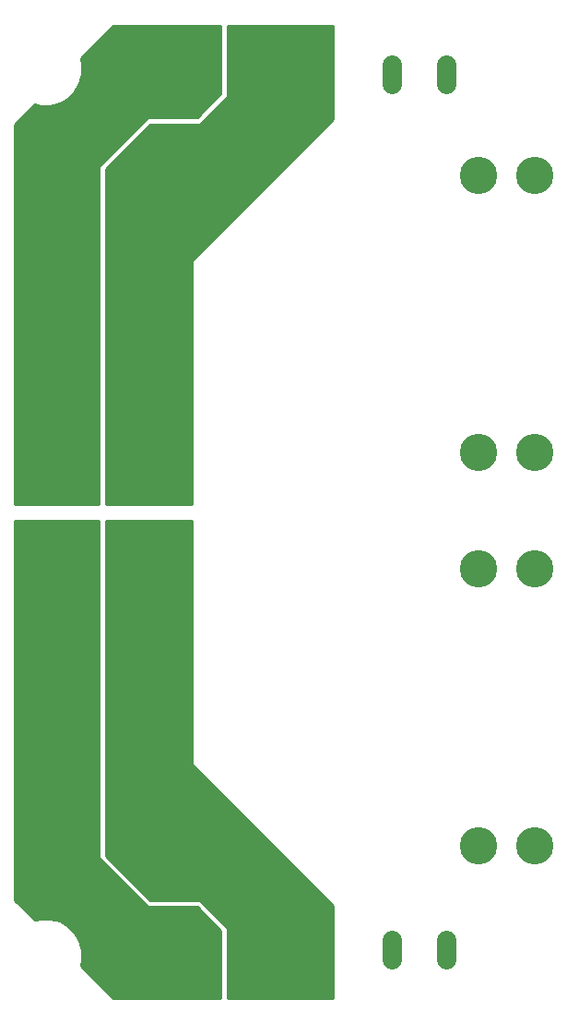
<source format=gbl>
G75*
%MOIN*%
%OFA0B0*%
%FSLAX24Y24*%
%IPPOS*%
%LPD*%
%AMOC8*
5,1,8,0,0,1.08239X$1,22.5*
%
%ADD10C,0.1350*%
%ADD11C,0.0705*%
%ADD12C,0.0100*%
D10*
X002777Y006870D03*
X002777Y008900D03*
X002777Y013170D03*
X002777Y015200D03*
X005867Y015200D03*
X005867Y013170D03*
X005867Y008900D03*
X005867Y006870D03*
X005867Y021070D03*
X005867Y023100D03*
X005867Y027370D03*
X005867Y029400D03*
X002777Y029400D03*
X002777Y027370D03*
X002777Y023100D03*
X002777Y021070D03*
X017947Y020240D03*
X019977Y020240D03*
X019977Y016040D03*
X017947Y016040D03*
X017947Y006040D03*
X019977Y006040D03*
X019977Y030240D03*
X017947Y030240D03*
D11*
X016761Y033548D02*
X016761Y034253D01*
X014792Y034253D02*
X014792Y033548D01*
X011729Y033548D02*
X011729Y034253D01*
X009761Y034253D02*
X009761Y033548D01*
X007792Y033548D02*
X007792Y034253D01*
X005824Y034253D02*
X005824Y033548D01*
X005824Y002653D02*
X005824Y001948D01*
X007792Y001948D02*
X007792Y002653D01*
X009761Y002653D02*
X009761Y001948D01*
X011729Y001948D02*
X011729Y002653D01*
X014792Y002653D02*
X014792Y001948D01*
X016761Y001948D02*
X016761Y002653D01*
D12*
X001896Y003380D02*
X001177Y004100D01*
X001177Y017800D01*
X004217Y017800D01*
X004217Y005648D01*
X004256Y005553D01*
X005856Y003953D01*
X005929Y003880D01*
X006025Y003840D01*
X007769Y003840D01*
X008617Y002992D01*
X008617Y000550D01*
X004727Y000550D01*
X003557Y001720D01*
X003612Y001924D01*
X003612Y002276D01*
X003521Y002615D01*
X003345Y002920D01*
X003096Y003168D01*
X002792Y003344D01*
X002452Y003435D01*
X002101Y003435D01*
X001896Y003380D01*
X001828Y003449D02*
X008160Y003449D01*
X008258Y003351D02*
X002768Y003351D01*
X002951Y003252D02*
X008357Y003252D01*
X008455Y003154D02*
X003111Y003154D01*
X003210Y003055D02*
X008554Y003055D01*
X008617Y002957D02*
X003308Y002957D01*
X003381Y002858D02*
X008617Y002858D01*
X008617Y002760D02*
X003437Y002760D01*
X003494Y002661D02*
X008617Y002661D01*
X008617Y002563D02*
X003535Y002563D01*
X003561Y002464D02*
X008617Y002464D01*
X008617Y002366D02*
X003588Y002366D01*
X003612Y002267D02*
X008617Y002267D01*
X008617Y002169D02*
X003612Y002169D01*
X003612Y002070D02*
X008617Y002070D01*
X008617Y001972D02*
X003612Y001972D01*
X003598Y001873D02*
X008617Y001873D01*
X008617Y001775D02*
X003572Y001775D01*
X003601Y001676D02*
X008617Y001676D01*
X008617Y001578D02*
X003699Y001578D01*
X003798Y001479D02*
X008617Y001479D01*
X008617Y001381D02*
X003896Y001381D01*
X003995Y001282D02*
X008617Y001282D01*
X008617Y001184D02*
X004093Y001184D01*
X004192Y001085D02*
X008617Y001085D01*
X008617Y000987D02*
X004290Y000987D01*
X004389Y000888D02*
X008617Y000888D01*
X008617Y000790D02*
X004487Y000790D01*
X004586Y000691D02*
X008617Y000691D01*
X008617Y000593D02*
X004684Y000593D01*
X006018Y003843D02*
X001434Y003843D01*
X001532Y003745D02*
X007864Y003745D01*
X007963Y003646D02*
X001631Y003646D01*
X001729Y003548D02*
X008061Y003548D01*
X008232Y003745D02*
X012677Y003745D01*
X012677Y003843D02*
X008134Y003843D01*
X008035Y003942D02*
X012635Y003942D01*
X012677Y003900D02*
X012677Y000550D01*
X008877Y000550D01*
X008877Y003100D01*
X007877Y004100D01*
X006077Y004100D01*
X004477Y005700D01*
X004477Y017800D01*
X007577Y017800D01*
X007577Y009000D01*
X012677Y003900D01*
X012537Y004040D02*
X007937Y004040D01*
X008331Y003646D02*
X012677Y003646D01*
X012677Y003548D02*
X008429Y003548D01*
X008528Y003449D02*
X012677Y003449D01*
X012677Y003351D02*
X008626Y003351D01*
X008725Y003252D02*
X012677Y003252D01*
X012677Y003154D02*
X008823Y003154D01*
X008877Y003055D02*
X012677Y003055D01*
X012677Y002957D02*
X008877Y002957D01*
X008877Y002858D02*
X012677Y002858D01*
X012677Y002760D02*
X008877Y002760D01*
X008877Y002661D02*
X012677Y002661D01*
X012677Y002563D02*
X008877Y002563D01*
X008877Y002464D02*
X012677Y002464D01*
X012677Y002366D02*
X008877Y002366D01*
X008877Y002267D02*
X012677Y002267D01*
X012677Y002169D02*
X008877Y002169D01*
X008877Y002070D02*
X012677Y002070D01*
X012677Y001972D02*
X008877Y001972D01*
X008877Y001873D02*
X012677Y001873D01*
X012677Y001775D02*
X008877Y001775D01*
X008877Y001676D02*
X012677Y001676D01*
X012677Y001578D02*
X008877Y001578D01*
X008877Y001479D02*
X012677Y001479D01*
X012677Y001381D02*
X008877Y001381D01*
X008877Y001282D02*
X012677Y001282D01*
X012677Y001184D02*
X008877Y001184D01*
X008877Y001085D02*
X012677Y001085D01*
X012677Y000987D02*
X008877Y000987D01*
X008877Y000888D02*
X012677Y000888D01*
X012677Y000790D02*
X008877Y000790D01*
X008877Y000691D02*
X012677Y000691D01*
X012677Y000593D02*
X008877Y000593D01*
X006038Y004139D02*
X012438Y004139D01*
X012340Y004237D02*
X005940Y004237D01*
X005841Y004336D02*
X012241Y004336D01*
X012143Y004434D02*
X005743Y004434D01*
X005644Y004533D02*
X012044Y004533D01*
X011946Y004631D02*
X005546Y004631D01*
X005447Y004730D02*
X011847Y004730D01*
X011749Y004828D02*
X005349Y004828D01*
X005250Y004927D02*
X011650Y004927D01*
X011552Y005025D02*
X005152Y005025D01*
X005053Y005124D02*
X011453Y005124D01*
X011355Y005222D02*
X004955Y005222D01*
X004856Y005321D02*
X011256Y005321D01*
X011158Y005419D02*
X004758Y005419D01*
X004659Y005518D02*
X011059Y005518D01*
X010961Y005616D02*
X004561Y005616D01*
X004477Y005715D02*
X010862Y005715D01*
X010764Y005813D02*
X004477Y005813D01*
X004477Y005912D02*
X010665Y005912D01*
X010567Y006010D02*
X004477Y006010D01*
X004477Y006109D02*
X010468Y006109D01*
X010370Y006207D02*
X004477Y006207D01*
X004477Y006306D02*
X010271Y006306D01*
X010173Y006404D02*
X004477Y006404D01*
X004477Y006503D02*
X010074Y006503D01*
X009976Y006601D02*
X004477Y006601D01*
X004477Y006700D02*
X009877Y006700D01*
X009779Y006798D02*
X004477Y006798D01*
X004477Y006897D02*
X009680Y006897D01*
X009582Y006995D02*
X004477Y006995D01*
X004477Y007094D02*
X009483Y007094D01*
X009385Y007192D02*
X004477Y007192D01*
X004477Y007291D02*
X009286Y007291D01*
X009188Y007389D02*
X004477Y007389D01*
X004477Y007488D02*
X009089Y007488D01*
X008991Y007586D02*
X004477Y007586D01*
X004477Y007685D02*
X008892Y007685D01*
X008794Y007783D02*
X004477Y007783D01*
X004477Y007882D02*
X008695Y007882D01*
X008597Y007980D02*
X004477Y007980D01*
X004477Y008079D02*
X008498Y008079D01*
X008400Y008177D02*
X004477Y008177D01*
X004477Y008276D02*
X008301Y008276D01*
X008203Y008374D02*
X004477Y008374D01*
X004477Y008473D02*
X008104Y008473D01*
X008006Y008571D02*
X004477Y008571D01*
X004477Y008670D02*
X007907Y008670D01*
X007809Y008768D02*
X004477Y008768D01*
X004477Y008867D02*
X007710Y008867D01*
X007612Y008965D02*
X004477Y008965D01*
X004477Y009064D02*
X007577Y009064D01*
X007577Y009162D02*
X004477Y009162D01*
X004477Y009261D02*
X007577Y009261D01*
X007577Y009359D02*
X004477Y009359D01*
X004477Y009458D02*
X007577Y009458D01*
X007577Y009556D02*
X004477Y009556D01*
X004477Y009655D02*
X007577Y009655D01*
X007577Y009753D02*
X004477Y009753D01*
X004477Y009852D02*
X007577Y009852D01*
X007577Y009950D02*
X004477Y009950D01*
X004477Y010049D02*
X007577Y010049D01*
X007577Y010147D02*
X004477Y010147D01*
X004477Y010246D02*
X007577Y010246D01*
X007577Y010344D02*
X004477Y010344D01*
X004477Y010443D02*
X007577Y010443D01*
X007577Y010541D02*
X004477Y010541D01*
X004477Y010640D02*
X007577Y010640D01*
X007577Y010738D02*
X004477Y010738D01*
X004477Y010837D02*
X007577Y010837D01*
X007577Y010935D02*
X004477Y010935D01*
X004477Y011034D02*
X007577Y011034D01*
X007577Y011132D02*
X004477Y011132D01*
X004477Y011231D02*
X007577Y011231D01*
X007577Y011329D02*
X004477Y011329D01*
X004477Y011428D02*
X007577Y011428D01*
X007577Y011526D02*
X004477Y011526D01*
X004477Y011625D02*
X007577Y011625D01*
X007577Y011723D02*
X004477Y011723D01*
X004477Y011822D02*
X007577Y011822D01*
X007577Y011920D02*
X004477Y011920D01*
X004477Y012019D02*
X007577Y012019D01*
X007577Y012117D02*
X004477Y012117D01*
X004477Y012216D02*
X007577Y012216D01*
X007577Y012314D02*
X004477Y012314D01*
X004477Y012413D02*
X007577Y012413D01*
X007577Y012511D02*
X004477Y012511D01*
X004477Y012610D02*
X007577Y012610D01*
X007577Y012708D02*
X004477Y012708D01*
X004477Y012807D02*
X007577Y012807D01*
X007577Y012905D02*
X004477Y012905D01*
X004477Y013004D02*
X007577Y013004D01*
X007577Y013102D02*
X004477Y013102D01*
X004477Y013201D02*
X007577Y013201D01*
X007577Y013299D02*
X004477Y013299D01*
X004477Y013398D02*
X007577Y013398D01*
X007577Y013496D02*
X004477Y013496D01*
X004477Y013595D02*
X007577Y013595D01*
X007577Y013693D02*
X004477Y013693D01*
X004477Y013792D02*
X007577Y013792D01*
X007577Y013890D02*
X004477Y013890D01*
X004477Y013989D02*
X007577Y013989D01*
X007577Y014087D02*
X004477Y014087D01*
X004477Y014186D02*
X007577Y014186D01*
X007577Y014284D02*
X004477Y014284D01*
X004477Y014383D02*
X007577Y014383D01*
X007577Y014481D02*
X004477Y014481D01*
X004477Y014580D02*
X007577Y014580D01*
X007577Y014678D02*
X004477Y014678D01*
X004477Y014777D02*
X007577Y014777D01*
X007577Y014875D02*
X004477Y014875D01*
X004477Y014974D02*
X007577Y014974D01*
X007577Y015072D02*
X004477Y015072D01*
X004477Y015171D02*
X007577Y015171D01*
X007577Y015269D02*
X004477Y015269D01*
X004477Y015368D02*
X007577Y015368D01*
X007577Y015466D02*
X004477Y015466D01*
X004477Y015565D02*
X007577Y015565D01*
X007577Y015663D02*
X004477Y015663D01*
X004477Y015762D02*
X007577Y015762D01*
X007577Y015860D02*
X004477Y015860D01*
X004477Y015959D02*
X007577Y015959D01*
X007577Y016057D02*
X004477Y016057D01*
X004477Y016156D02*
X007577Y016156D01*
X007577Y016254D02*
X004477Y016254D01*
X004477Y016353D02*
X007577Y016353D01*
X007577Y016451D02*
X004477Y016451D01*
X004477Y016550D02*
X007577Y016550D01*
X007577Y016648D02*
X004477Y016648D01*
X004477Y016747D02*
X007577Y016747D01*
X007577Y016845D02*
X004477Y016845D01*
X004477Y016944D02*
X007577Y016944D01*
X007577Y017042D02*
X004477Y017042D01*
X004477Y017141D02*
X007577Y017141D01*
X007577Y017239D02*
X004477Y017239D01*
X004477Y017338D02*
X007577Y017338D01*
X007577Y017436D02*
X004477Y017436D01*
X004477Y017535D02*
X007577Y017535D01*
X007577Y017633D02*
X004477Y017633D01*
X004477Y017732D02*
X007577Y017732D01*
X007577Y018400D02*
X004477Y018400D01*
X004477Y030500D01*
X006077Y032100D01*
X007877Y032100D01*
X008877Y033100D01*
X008877Y035650D01*
X012677Y035650D01*
X012677Y032300D01*
X007577Y027200D01*
X007577Y018400D01*
X007577Y018421D02*
X004477Y018421D01*
X004477Y018520D02*
X007577Y018520D01*
X007577Y018618D02*
X004477Y018618D01*
X004477Y018717D02*
X007577Y018717D01*
X007577Y018815D02*
X004477Y018815D01*
X004477Y018914D02*
X007577Y018914D01*
X007577Y019012D02*
X004477Y019012D01*
X004477Y019111D02*
X007577Y019111D01*
X007577Y019209D02*
X004477Y019209D01*
X004477Y019308D02*
X007577Y019308D01*
X007577Y019406D02*
X004477Y019406D01*
X004477Y019505D02*
X007577Y019505D01*
X007577Y019603D02*
X004477Y019603D01*
X004477Y019702D02*
X007577Y019702D01*
X007577Y019800D02*
X004477Y019800D01*
X004477Y019899D02*
X007577Y019899D01*
X007577Y019997D02*
X004477Y019997D01*
X004477Y020096D02*
X007577Y020096D01*
X007577Y020194D02*
X004477Y020194D01*
X004477Y020293D02*
X007577Y020293D01*
X007577Y020391D02*
X004477Y020391D01*
X004477Y020490D02*
X007577Y020490D01*
X007577Y020588D02*
X004477Y020588D01*
X004477Y020687D02*
X007577Y020687D01*
X007577Y020785D02*
X004477Y020785D01*
X004477Y020884D02*
X007577Y020884D01*
X007577Y020982D02*
X004477Y020982D01*
X004477Y021081D02*
X007577Y021081D01*
X007577Y021179D02*
X004477Y021179D01*
X004477Y021278D02*
X007577Y021278D01*
X007577Y021376D02*
X004477Y021376D01*
X004477Y021475D02*
X007577Y021475D01*
X007577Y021573D02*
X004477Y021573D01*
X004477Y021672D02*
X007577Y021672D01*
X007577Y021770D02*
X004477Y021770D01*
X004477Y021869D02*
X007577Y021869D01*
X007577Y021967D02*
X004477Y021967D01*
X004477Y022066D02*
X007577Y022066D01*
X007577Y022164D02*
X004477Y022164D01*
X004477Y022263D02*
X007577Y022263D01*
X007577Y022361D02*
X004477Y022361D01*
X004477Y022460D02*
X007577Y022460D01*
X007577Y022558D02*
X004477Y022558D01*
X004477Y022657D02*
X007577Y022657D01*
X007577Y022755D02*
X004477Y022755D01*
X004477Y022854D02*
X007577Y022854D01*
X007577Y022952D02*
X004477Y022952D01*
X004477Y023051D02*
X007577Y023051D01*
X007577Y023149D02*
X004477Y023149D01*
X004477Y023248D02*
X007577Y023248D01*
X007577Y023346D02*
X004477Y023346D01*
X004477Y023445D02*
X007577Y023445D01*
X007577Y023543D02*
X004477Y023543D01*
X004477Y023642D02*
X007577Y023642D01*
X007577Y023740D02*
X004477Y023740D01*
X004477Y023839D02*
X007577Y023839D01*
X007577Y023937D02*
X004477Y023937D01*
X004477Y024036D02*
X007577Y024036D01*
X007577Y024134D02*
X004477Y024134D01*
X004477Y024233D02*
X007577Y024233D01*
X007577Y024331D02*
X004477Y024331D01*
X004477Y024430D02*
X007577Y024430D01*
X007577Y024528D02*
X004477Y024528D01*
X004477Y024627D02*
X007577Y024627D01*
X007577Y024725D02*
X004477Y024725D01*
X004477Y024824D02*
X007577Y024824D01*
X007577Y024922D02*
X004477Y024922D01*
X004477Y025021D02*
X007577Y025021D01*
X007577Y025119D02*
X004477Y025119D01*
X004477Y025218D02*
X007577Y025218D01*
X007577Y025316D02*
X004477Y025316D01*
X004477Y025415D02*
X007577Y025415D01*
X007577Y025513D02*
X004477Y025513D01*
X004477Y025612D02*
X007577Y025612D01*
X007577Y025710D02*
X004477Y025710D01*
X004477Y025809D02*
X007577Y025809D01*
X007577Y025907D02*
X004477Y025907D01*
X004477Y026006D02*
X007577Y026006D01*
X007577Y026104D02*
X004477Y026104D01*
X004477Y026203D02*
X007577Y026203D01*
X007577Y026301D02*
X004477Y026301D01*
X004477Y026400D02*
X007577Y026400D01*
X007577Y026498D02*
X004477Y026498D01*
X004477Y026597D02*
X007577Y026597D01*
X007577Y026695D02*
X004477Y026695D01*
X004477Y026794D02*
X007577Y026794D01*
X007577Y026892D02*
X004477Y026892D01*
X004477Y026991D02*
X007577Y026991D01*
X007577Y027089D02*
X004477Y027089D01*
X004477Y027188D02*
X007577Y027188D01*
X007663Y027286D02*
X004477Y027286D01*
X004477Y027385D02*
X007761Y027385D01*
X007860Y027483D02*
X004477Y027483D01*
X004477Y027582D02*
X007958Y027582D01*
X008057Y027680D02*
X004477Y027680D01*
X004477Y027779D02*
X008155Y027779D01*
X008254Y027877D02*
X004477Y027877D01*
X004477Y027976D02*
X008352Y027976D01*
X008451Y028074D02*
X004477Y028074D01*
X004477Y028173D02*
X008549Y028173D01*
X008648Y028271D02*
X004477Y028271D01*
X004477Y028370D02*
X008746Y028370D01*
X008845Y028468D02*
X004477Y028468D01*
X004477Y028567D02*
X008943Y028567D01*
X009042Y028665D02*
X004477Y028665D01*
X004477Y028764D02*
X009140Y028764D01*
X009239Y028862D02*
X004477Y028862D01*
X004477Y028961D02*
X009337Y028961D01*
X009436Y029059D02*
X004477Y029059D01*
X004477Y029158D02*
X009534Y029158D01*
X009633Y029256D02*
X004477Y029256D01*
X004477Y029355D02*
X009731Y029355D01*
X009830Y029453D02*
X004477Y029453D01*
X004477Y029552D02*
X009928Y029552D01*
X010027Y029650D02*
X004477Y029650D01*
X004477Y029749D02*
X010125Y029749D01*
X010224Y029847D02*
X004477Y029847D01*
X004477Y029946D02*
X010322Y029946D01*
X010421Y030044D02*
X004477Y030044D01*
X004477Y030143D02*
X010519Y030143D01*
X010618Y030241D02*
X004477Y030241D01*
X004477Y030340D02*
X010716Y030340D01*
X010815Y030438D02*
X004477Y030438D01*
X004513Y030537D02*
X010913Y030537D01*
X011012Y030635D02*
X004612Y030635D01*
X004710Y030734D02*
X011110Y030734D01*
X011209Y030832D02*
X004809Y030832D01*
X004907Y030931D02*
X011307Y030931D01*
X011406Y031029D02*
X005006Y031029D01*
X005104Y031128D02*
X011504Y031128D01*
X011603Y031226D02*
X005203Y031226D01*
X005301Y031325D02*
X011701Y031325D01*
X011800Y031423D02*
X005400Y031423D01*
X005498Y031522D02*
X011898Y031522D01*
X011997Y031620D02*
X005597Y031620D01*
X005695Y031719D02*
X012095Y031719D01*
X012194Y031817D02*
X005794Y031817D01*
X005892Y031916D02*
X012292Y031916D01*
X012391Y032014D02*
X005991Y032014D01*
X005820Y032211D02*
X001288Y032211D01*
X001386Y032310D02*
X005919Y032310D01*
X005929Y032320D02*
X005856Y032247D01*
X004256Y030647D01*
X004217Y030552D01*
X004217Y018400D01*
X001177Y018400D01*
X001177Y032100D01*
X001896Y032820D01*
X002101Y032765D01*
X002452Y032765D01*
X002792Y032856D01*
X003096Y033032D01*
X003345Y033280D01*
X003521Y033585D01*
X003612Y033924D01*
X003612Y034276D01*
X003557Y034480D01*
X004727Y035650D01*
X008617Y035650D01*
X008617Y033208D01*
X007769Y032360D01*
X006025Y032360D01*
X005929Y032320D01*
X005722Y032113D02*
X001189Y032113D01*
X001177Y032014D02*
X005623Y032014D01*
X005525Y031916D02*
X001177Y031916D01*
X001177Y031817D02*
X005426Y031817D01*
X005328Y031719D02*
X001177Y031719D01*
X001177Y031620D02*
X005229Y031620D01*
X005131Y031522D02*
X001177Y031522D01*
X001177Y031423D02*
X005032Y031423D01*
X004934Y031325D02*
X001177Y031325D01*
X001177Y031226D02*
X004835Y031226D01*
X004737Y031128D02*
X001177Y031128D01*
X001177Y031029D02*
X004638Y031029D01*
X004540Y030931D02*
X001177Y030931D01*
X001177Y030832D02*
X004441Y030832D01*
X004343Y030734D02*
X001177Y030734D01*
X001177Y030635D02*
X004251Y030635D01*
X004217Y030537D02*
X001177Y030537D01*
X001177Y030438D02*
X004217Y030438D01*
X004217Y030340D02*
X001177Y030340D01*
X001177Y030241D02*
X004217Y030241D01*
X004217Y030143D02*
X001177Y030143D01*
X001177Y030044D02*
X004217Y030044D01*
X004217Y029946D02*
X001177Y029946D01*
X001177Y029847D02*
X004217Y029847D01*
X004217Y029749D02*
X001177Y029749D01*
X001177Y029650D02*
X004217Y029650D01*
X004217Y029552D02*
X001177Y029552D01*
X001177Y029453D02*
X004217Y029453D01*
X004217Y029355D02*
X001177Y029355D01*
X001177Y029256D02*
X004217Y029256D01*
X004217Y029158D02*
X001177Y029158D01*
X001177Y029059D02*
X004217Y029059D01*
X004217Y028961D02*
X001177Y028961D01*
X001177Y028862D02*
X004217Y028862D01*
X004217Y028764D02*
X001177Y028764D01*
X001177Y028665D02*
X004217Y028665D01*
X004217Y028567D02*
X001177Y028567D01*
X001177Y028468D02*
X004217Y028468D01*
X004217Y028370D02*
X001177Y028370D01*
X001177Y028271D02*
X004217Y028271D01*
X004217Y028173D02*
X001177Y028173D01*
X001177Y028074D02*
X004217Y028074D01*
X004217Y027976D02*
X001177Y027976D01*
X001177Y027877D02*
X004217Y027877D01*
X004217Y027779D02*
X001177Y027779D01*
X001177Y027680D02*
X004217Y027680D01*
X004217Y027582D02*
X001177Y027582D01*
X001177Y027483D02*
X004217Y027483D01*
X004217Y027385D02*
X001177Y027385D01*
X001177Y027286D02*
X004217Y027286D01*
X004217Y027188D02*
X001177Y027188D01*
X001177Y027089D02*
X004217Y027089D01*
X004217Y026991D02*
X001177Y026991D01*
X001177Y026892D02*
X004217Y026892D01*
X004217Y026794D02*
X001177Y026794D01*
X001177Y026695D02*
X004217Y026695D01*
X004217Y026597D02*
X001177Y026597D01*
X001177Y026498D02*
X004217Y026498D01*
X004217Y026400D02*
X001177Y026400D01*
X001177Y026301D02*
X004217Y026301D01*
X004217Y026203D02*
X001177Y026203D01*
X001177Y026104D02*
X004217Y026104D01*
X004217Y026006D02*
X001177Y026006D01*
X001177Y025907D02*
X004217Y025907D01*
X004217Y025809D02*
X001177Y025809D01*
X001177Y025710D02*
X004217Y025710D01*
X004217Y025612D02*
X001177Y025612D01*
X001177Y025513D02*
X004217Y025513D01*
X004217Y025415D02*
X001177Y025415D01*
X001177Y025316D02*
X004217Y025316D01*
X004217Y025218D02*
X001177Y025218D01*
X001177Y025119D02*
X004217Y025119D01*
X004217Y025021D02*
X001177Y025021D01*
X001177Y024922D02*
X004217Y024922D01*
X004217Y024824D02*
X001177Y024824D01*
X001177Y024725D02*
X004217Y024725D01*
X004217Y024627D02*
X001177Y024627D01*
X001177Y024528D02*
X004217Y024528D01*
X004217Y024430D02*
X001177Y024430D01*
X001177Y024331D02*
X004217Y024331D01*
X004217Y024233D02*
X001177Y024233D01*
X001177Y024134D02*
X004217Y024134D01*
X004217Y024036D02*
X001177Y024036D01*
X001177Y023937D02*
X004217Y023937D01*
X004217Y023839D02*
X001177Y023839D01*
X001177Y023740D02*
X004217Y023740D01*
X004217Y023642D02*
X001177Y023642D01*
X001177Y023543D02*
X004217Y023543D01*
X004217Y023445D02*
X001177Y023445D01*
X001177Y023346D02*
X004217Y023346D01*
X004217Y023248D02*
X001177Y023248D01*
X001177Y023149D02*
X004217Y023149D01*
X004217Y023051D02*
X001177Y023051D01*
X001177Y022952D02*
X004217Y022952D01*
X004217Y022854D02*
X001177Y022854D01*
X001177Y022755D02*
X004217Y022755D01*
X004217Y022657D02*
X001177Y022657D01*
X001177Y022558D02*
X004217Y022558D01*
X004217Y022460D02*
X001177Y022460D01*
X001177Y022361D02*
X004217Y022361D01*
X004217Y022263D02*
X001177Y022263D01*
X001177Y022164D02*
X004217Y022164D01*
X004217Y022066D02*
X001177Y022066D01*
X001177Y021967D02*
X004217Y021967D01*
X004217Y021869D02*
X001177Y021869D01*
X001177Y021770D02*
X004217Y021770D01*
X004217Y021672D02*
X001177Y021672D01*
X001177Y021573D02*
X004217Y021573D01*
X004217Y021475D02*
X001177Y021475D01*
X001177Y021376D02*
X004217Y021376D01*
X004217Y021278D02*
X001177Y021278D01*
X001177Y021179D02*
X004217Y021179D01*
X004217Y021081D02*
X001177Y021081D01*
X001177Y020982D02*
X004217Y020982D01*
X004217Y020884D02*
X001177Y020884D01*
X001177Y020785D02*
X004217Y020785D01*
X004217Y020687D02*
X001177Y020687D01*
X001177Y020588D02*
X004217Y020588D01*
X004217Y020490D02*
X001177Y020490D01*
X001177Y020391D02*
X004217Y020391D01*
X004217Y020293D02*
X001177Y020293D01*
X001177Y020194D02*
X004217Y020194D01*
X004217Y020096D02*
X001177Y020096D01*
X001177Y019997D02*
X004217Y019997D01*
X004217Y019899D02*
X001177Y019899D01*
X001177Y019800D02*
X004217Y019800D01*
X004217Y019702D02*
X001177Y019702D01*
X001177Y019603D02*
X004217Y019603D01*
X004217Y019505D02*
X001177Y019505D01*
X001177Y019406D02*
X004217Y019406D01*
X004217Y019308D02*
X001177Y019308D01*
X001177Y019209D02*
X004217Y019209D01*
X004217Y019111D02*
X001177Y019111D01*
X001177Y019012D02*
X004217Y019012D01*
X004217Y018914D02*
X001177Y018914D01*
X001177Y018815D02*
X004217Y018815D01*
X004217Y018717D02*
X001177Y018717D01*
X001177Y018618D02*
X004217Y018618D01*
X004217Y018520D02*
X001177Y018520D01*
X001177Y018421D02*
X004217Y018421D01*
X004217Y017732D02*
X001177Y017732D01*
X001177Y017633D02*
X004217Y017633D01*
X004217Y017535D02*
X001177Y017535D01*
X001177Y017436D02*
X004217Y017436D01*
X004217Y017338D02*
X001177Y017338D01*
X001177Y017239D02*
X004217Y017239D01*
X004217Y017141D02*
X001177Y017141D01*
X001177Y017042D02*
X004217Y017042D01*
X004217Y016944D02*
X001177Y016944D01*
X001177Y016845D02*
X004217Y016845D01*
X004217Y016747D02*
X001177Y016747D01*
X001177Y016648D02*
X004217Y016648D01*
X004217Y016550D02*
X001177Y016550D01*
X001177Y016451D02*
X004217Y016451D01*
X004217Y016353D02*
X001177Y016353D01*
X001177Y016254D02*
X004217Y016254D01*
X004217Y016156D02*
X001177Y016156D01*
X001177Y016057D02*
X004217Y016057D01*
X004217Y015959D02*
X001177Y015959D01*
X001177Y015860D02*
X004217Y015860D01*
X004217Y015762D02*
X001177Y015762D01*
X001177Y015663D02*
X004217Y015663D01*
X004217Y015565D02*
X001177Y015565D01*
X001177Y015466D02*
X004217Y015466D01*
X004217Y015368D02*
X001177Y015368D01*
X001177Y015269D02*
X004217Y015269D01*
X004217Y015171D02*
X001177Y015171D01*
X001177Y015072D02*
X004217Y015072D01*
X004217Y014974D02*
X001177Y014974D01*
X001177Y014875D02*
X004217Y014875D01*
X004217Y014777D02*
X001177Y014777D01*
X001177Y014678D02*
X004217Y014678D01*
X004217Y014580D02*
X001177Y014580D01*
X001177Y014481D02*
X004217Y014481D01*
X004217Y014383D02*
X001177Y014383D01*
X001177Y014284D02*
X004217Y014284D01*
X004217Y014186D02*
X001177Y014186D01*
X001177Y014087D02*
X004217Y014087D01*
X004217Y013989D02*
X001177Y013989D01*
X001177Y013890D02*
X004217Y013890D01*
X004217Y013792D02*
X001177Y013792D01*
X001177Y013693D02*
X004217Y013693D01*
X004217Y013595D02*
X001177Y013595D01*
X001177Y013496D02*
X004217Y013496D01*
X004217Y013398D02*
X001177Y013398D01*
X001177Y013299D02*
X004217Y013299D01*
X004217Y013201D02*
X001177Y013201D01*
X001177Y013102D02*
X004217Y013102D01*
X004217Y013004D02*
X001177Y013004D01*
X001177Y012905D02*
X004217Y012905D01*
X004217Y012807D02*
X001177Y012807D01*
X001177Y012708D02*
X004217Y012708D01*
X004217Y012610D02*
X001177Y012610D01*
X001177Y012511D02*
X004217Y012511D01*
X004217Y012413D02*
X001177Y012413D01*
X001177Y012314D02*
X004217Y012314D01*
X004217Y012216D02*
X001177Y012216D01*
X001177Y012117D02*
X004217Y012117D01*
X004217Y012019D02*
X001177Y012019D01*
X001177Y011920D02*
X004217Y011920D01*
X004217Y011822D02*
X001177Y011822D01*
X001177Y011723D02*
X004217Y011723D01*
X004217Y011625D02*
X001177Y011625D01*
X001177Y011526D02*
X004217Y011526D01*
X004217Y011428D02*
X001177Y011428D01*
X001177Y011329D02*
X004217Y011329D01*
X004217Y011231D02*
X001177Y011231D01*
X001177Y011132D02*
X004217Y011132D01*
X004217Y011034D02*
X001177Y011034D01*
X001177Y010935D02*
X004217Y010935D01*
X004217Y010837D02*
X001177Y010837D01*
X001177Y010738D02*
X004217Y010738D01*
X004217Y010640D02*
X001177Y010640D01*
X001177Y010541D02*
X004217Y010541D01*
X004217Y010443D02*
X001177Y010443D01*
X001177Y010344D02*
X004217Y010344D01*
X004217Y010246D02*
X001177Y010246D01*
X001177Y010147D02*
X004217Y010147D01*
X004217Y010049D02*
X001177Y010049D01*
X001177Y009950D02*
X004217Y009950D01*
X004217Y009852D02*
X001177Y009852D01*
X001177Y009753D02*
X004217Y009753D01*
X004217Y009655D02*
X001177Y009655D01*
X001177Y009556D02*
X004217Y009556D01*
X004217Y009458D02*
X001177Y009458D01*
X001177Y009359D02*
X004217Y009359D01*
X004217Y009261D02*
X001177Y009261D01*
X001177Y009162D02*
X004217Y009162D01*
X004217Y009064D02*
X001177Y009064D01*
X001177Y008965D02*
X004217Y008965D01*
X004217Y008867D02*
X001177Y008867D01*
X001177Y008768D02*
X004217Y008768D01*
X004217Y008670D02*
X001177Y008670D01*
X001177Y008571D02*
X004217Y008571D01*
X004217Y008473D02*
X001177Y008473D01*
X001177Y008374D02*
X004217Y008374D01*
X004217Y008276D02*
X001177Y008276D01*
X001177Y008177D02*
X004217Y008177D01*
X004217Y008079D02*
X001177Y008079D01*
X001177Y007980D02*
X004217Y007980D01*
X004217Y007882D02*
X001177Y007882D01*
X001177Y007783D02*
X004217Y007783D01*
X004217Y007685D02*
X001177Y007685D01*
X001177Y007586D02*
X004217Y007586D01*
X004217Y007488D02*
X001177Y007488D01*
X001177Y007389D02*
X004217Y007389D01*
X004217Y007291D02*
X001177Y007291D01*
X001177Y007192D02*
X004217Y007192D01*
X004217Y007094D02*
X001177Y007094D01*
X001177Y006995D02*
X004217Y006995D01*
X004217Y006897D02*
X001177Y006897D01*
X001177Y006798D02*
X004217Y006798D01*
X004217Y006700D02*
X001177Y006700D01*
X001177Y006601D02*
X004217Y006601D01*
X004217Y006503D02*
X001177Y006503D01*
X001177Y006404D02*
X004217Y006404D01*
X004217Y006306D02*
X001177Y006306D01*
X001177Y006207D02*
X004217Y006207D01*
X004217Y006109D02*
X001177Y006109D01*
X001177Y006010D02*
X004217Y006010D01*
X004217Y005912D02*
X001177Y005912D01*
X001177Y005813D02*
X004217Y005813D01*
X004217Y005715D02*
X001177Y005715D01*
X001177Y005616D02*
X004230Y005616D01*
X004291Y005518D02*
X001177Y005518D01*
X001177Y005419D02*
X004390Y005419D01*
X004488Y005321D02*
X001177Y005321D01*
X001177Y005222D02*
X004587Y005222D01*
X004685Y005124D02*
X001177Y005124D01*
X001177Y005025D02*
X004784Y005025D01*
X004882Y004927D02*
X001177Y004927D01*
X001177Y004828D02*
X004981Y004828D01*
X005079Y004730D02*
X001177Y004730D01*
X001177Y004631D02*
X005178Y004631D01*
X005276Y004533D02*
X001177Y004533D01*
X001177Y004434D02*
X005375Y004434D01*
X005473Y004336D02*
X001177Y004336D01*
X001177Y004237D02*
X005572Y004237D01*
X005670Y004139D02*
X001177Y004139D01*
X001237Y004040D02*
X005769Y004040D01*
X005867Y003942D02*
X001335Y003942D01*
X007889Y032113D02*
X012489Y032113D01*
X012588Y032211D02*
X007988Y032211D01*
X008086Y032310D02*
X012677Y032310D01*
X012677Y032408D02*
X008185Y032408D01*
X008283Y032507D02*
X012677Y032507D01*
X012677Y032605D02*
X008382Y032605D01*
X008480Y032704D02*
X012677Y032704D01*
X012677Y032802D02*
X008579Y032802D01*
X008677Y032901D02*
X012677Y032901D01*
X012677Y032999D02*
X008776Y032999D01*
X008874Y033098D02*
X012677Y033098D01*
X012677Y033196D02*
X008877Y033196D01*
X008877Y033295D02*
X012677Y033295D01*
X012677Y033393D02*
X008877Y033393D01*
X008877Y033492D02*
X012677Y033492D01*
X012677Y033590D02*
X008877Y033590D01*
X008877Y033689D02*
X012677Y033689D01*
X012677Y033787D02*
X008877Y033787D01*
X008877Y033886D02*
X012677Y033886D01*
X012677Y033984D02*
X008877Y033984D01*
X008877Y034083D02*
X012677Y034083D01*
X012677Y034181D02*
X008877Y034181D01*
X008877Y034280D02*
X012677Y034280D01*
X012677Y034378D02*
X008877Y034378D01*
X008877Y034477D02*
X012677Y034477D01*
X012677Y034575D02*
X008877Y034575D01*
X008877Y034674D02*
X012677Y034674D01*
X012677Y034772D02*
X008877Y034772D01*
X008877Y034871D02*
X012677Y034871D01*
X012677Y034969D02*
X008877Y034969D01*
X008877Y035068D02*
X012677Y035068D01*
X012677Y035166D02*
X008877Y035166D01*
X008877Y035265D02*
X012677Y035265D01*
X012677Y035363D02*
X008877Y035363D01*
X008877Y035462D02*
X012677Y035462D01*
X012677Y035560D02*
X008877Y035560D01*
X008617Y035560D02*
X004637Y035560D01*
X004538Y035462D02*
X008617Y035462D01*
X008617Y035363D02*
X004440Y035363D01*
X004341Y035265D02*
X008617Y035265D01*
X008617Y035166D02*
X004243Y035166D01*
X004144Y035068D02*
X008617Y035068D01*
X008617Y034969D02*
X004046Y034969D01*
X003947Y034871D02*
X008617Y034871D01*
X008617Y034772D02*
X003849Y034772D01*
X003750Y034674D02*
X008617Y034674D01*
X008617Y034575D02*
X003652Y034575D01*
X003558Y034477D02*
X008617Y034477D01*
X008617Y034378D02*
X003584Y034378D01*
X003611Y034280D02*
X008617Y034280D01*
X008617Y034181D02*
X003612Y034181D01*
X003612Y034083D02*
X008617Y034083D01*
X008617Y033984D02*
X003612Y033984D01*
X003601Y033886D02*
X008617Y033886D01*
X008617Y033787D02*
X003575Y033787D01*
X003549Y033689D02*
X008617Y033689D01*
X008617Y033590D02*
X003522Y033590D01*
X003467Y033492D02*
X008617Y033492D01*
X008617Y033393D02*
X003410Y033393D01*
X003353Y033295D02*
X008617Y033295D01*
X008605Y033196D02*
X003261Y033196D01*
X003162Y033098D02*
X008507Y033098D01*
X008408Y032999D02*
X003040Y032999D01*
X002869Y032901D02*
X008310Y032901D01*
X008211Y032802D02*
X002591Y032802D01*
X001963Y032802D02*
X001879Y032802D01*
X001780Y032704D02*
X008113Y032704D01*
X008014Y032605D02*
X001682Y032605D01*
X001583Y032507D02*
X007916Y032507D01*
X007817Y032408D02*
X001485Y032408D01*
M02*

</source>
